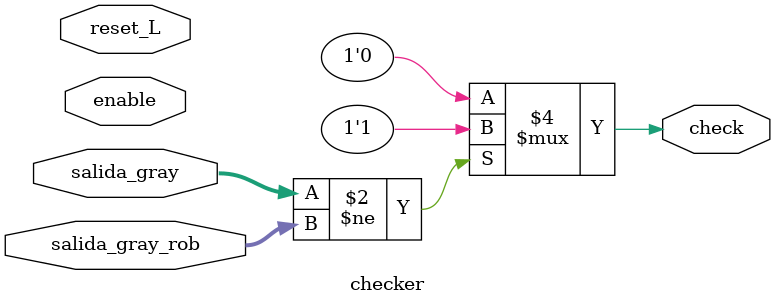
<source format=v>
module checker(input [4:0] salida_gray,
				input [4:0] salida_gray_rob,
				input reset_L,
				input enable,
				output reg check);
	always@(*) begin
		if(salida_gray != salida_gray_rob) check = 1;
		else check = 0;
	end

endmodule
</source>
